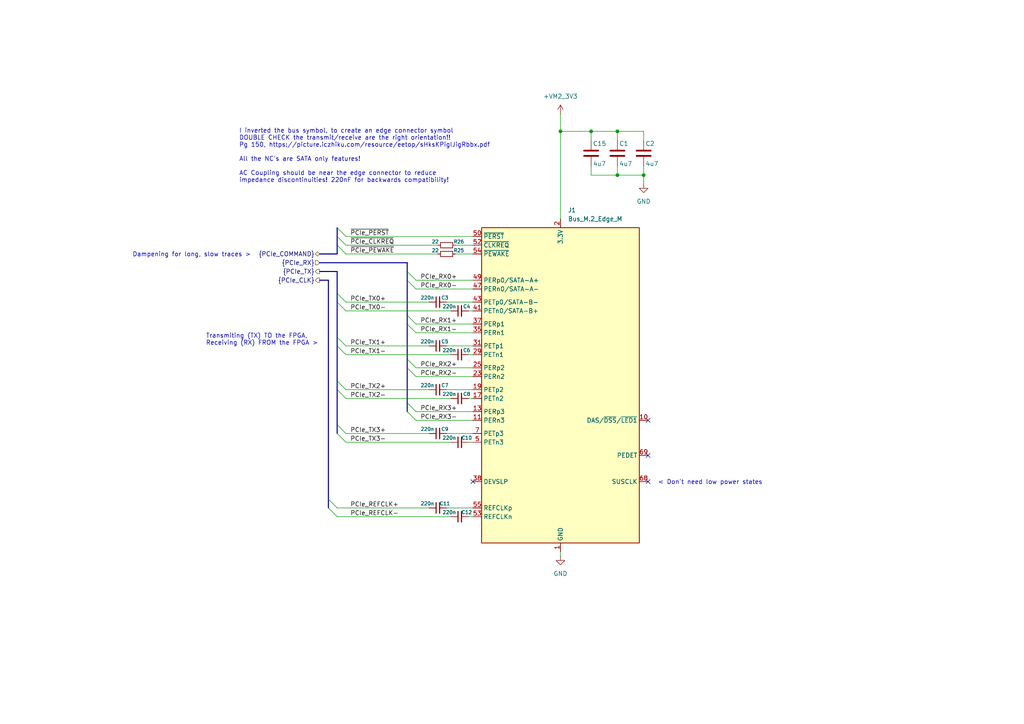
<source format=kicad_sch>
(kicad_sch (version 20250114) (generator "eeschema") (generator_version "9.0")
  (paper "A4")
  (lib_symbols
    (symbol "Device:C" (pin_numbers (hide yes)) (pin_names (offset 0.254))
      (property "Reference" "C" (at 0.635 2.54 0))
      (property "Value" "C" (at 0.635 -2.54 0))
      (symbol "C_0_1"
        (polyline (pts (xy -2.032 0.762) (xy 2.032 0.762)) (stroke (width 0.508)))
        (polyline (pts (xy -2.032 -0.762) (xy 2.032 -0.762)) (stroke (width 0.508)))
      )
      (symbol "C_1_1"
        (pin passive line (at 0 3.81 270) (length 2.794) (name "~") (number "1"))
        (pin passive line (at 0 -3.81 90) (length 2.794) (name "~") (number "2"))
      )
    )
    (symbol "Device:C_Small" (pin_numbers (hide yes)) (pin_names (offset 0.254) (hide yes))
      (property "Reference" "C" (at 0.254 1.778 0))
      (property "Value" "C_Small" (at 0.254 -2.032 0))
      (symbol "C_Small_0_1"
        (polyline (pts (xy -1.524 0.508) (xy 1.524 0.508)) (stroke (width 0.3048)))
        (polyline (pts (xy -1.524 -0.508) (xy 1.524 -0.508)) (stroke (width 0.3302)))
      )
      (symbol "C_Small_1_1"
        (pin passive line (at 0 2.54 270) (length 2.032) (name "~") (number "1"))
        (pin passive line (at 0 -2.54 90) (length 2.032) (name "~") (number "2"))
      )
    )
    (symbol "Device:R_Small" (pin_numbers (hide yes)) (pin_names (offset 0.254) (hide yes))
      (property "Reference" "R" (at 0 0 90))
      (property "Value" "R_Small" (at 1.778 0 90))
      (symbol "R_Small_0_1"
        (rectangle (start -0.762 1.778) (end 0.762 -1.778) (stroke (width 0.2032)))
      )
      (symbol "R_Small_1_1"
        (pin passive line (at 0 2.54 270) (length 0.762) (name "~") (number "1"))
        (pin passive line (at 0 -2.54 90) (length 0.762) (name "~") (number "2"))
      )
    )
    (symbol "FPGA Accelerator:Bus_M.2_Edge_M"
      (property "Reference" "J" (at -22.86 46.99 0))
      (property "Value" "Bus_M.2_Edge_M" (at 16.51 46.99 0))
      (symbol "Bus_M.2_Edge_M_0_1"
        (rectangle (start -22.86 45.72) (end 22.86 -45.72) (stroke (width 0.254)) (fill (type background)))
      )
      (symbol "Bus_M.2_Edge_M_1_1"
        (pin output line (at -25.4 43.18 0) (length 2.54) (name "~{PERST}") (number "50"))
        (pin bidirectional line (at -25.4 40.64 0) (length 2.54) (name "~{CLKREQ}") (number "52"))
        (pin bidirectional line (at -25.4 38.1 0) (length 2.54) (name "~{PEWAKE}") (number "54"))
        (pin output line (at -25.4 30.48 0) (length 2.54) (name "PERp0/SATA-A+") (number "49"))
        (pin output line (at -25.4 27.94 0) (length 2.54) (name "PERn0/SATA-A-") (number "47"))
        (pin input line (at -25.4 24.13 0) (length 2.54) (name "PETp0/SATA-B-") (number "43"))
        (pin input line (at -25.4 21.59 0) (length 2.54) (name "PETn0/SATA-B+") (number "41"))
        (pin output line (at -25.4 17.78 0) (length 2.54) (name "PERp1") (number "37"))
        (pin output line (at -25.4 15.24 0) (length 2.54) (name "PERn1") (number "35"))
        (pin input line (at -25.4 11.43 0) (length 2.54) (name "PETp1") (number "31"))
        (pin input line (at -25.4 8.89 0) (length 2.54) (name "PETn1") (number "29"))
        (pin output line (at -25.4 5.08 0) (length 2.54) (name "PERp2") (number "25"))
        (pin output line (at -25.4 2.54 0) (length 2.54) (name "PERn2") (number "23"))
        (pin input line (at -25.4 -1.27 0) (length 2.54) (name "PETp2") (number "19"))
        (pin input line (at -25.4 -3.81 0) (length 2.54) (name "PETn2") (number "17"))
        (pin output line (at -25.4 -7.62 0) (length 2.54) (name "PERp3") (number "13"))
        (pin output line (at -25.4 -10.16 0) (length 2.54) (name "PERn3") (number "11"))
        (pin input line (at -25.4 -13.97 0) (length 2.54) (name "PETp3") (number "7"))
        (pin input line (at -25.4 -16.51 0) (length 2.54) (name "PETn3") (number "5"))
        (pin output line (at -25.4 -27.94 0) (length 2.54) (name "DEVSLP") (number "38"))
        (pin output line (at -25.4 -35.56 0) (length 2.54) (name "REFCLKp") (number "55"))
        (pin output line (at -25.4 -38.1 0) (length 2.54) (name "REFCLKn") (number "53"))
        (pin passive line (at 0 48.26 270) (length 2.54) (hide yes) (name "3.3V") (number "12"))
        (pin passive line (at 0 48.26 270) (length 2.54) (hide yes) (name "3.3V") (number "14"))
        (pin passive line (at 0 48.26 270) (length 2.54) (hide yes) (name "3.3V") (number "16"))
        (pin passive line (at 0 48.26 270) (length 2.54) (hide yes) (name "3.3V") (number "18"))
        (pin power_in line (at 0 48.26 270) (length 2.54) (name "3.3V") (number "2"))
        (pin passive line (at 0 48.26 270) (length 2.54) (hide yes) (name "3.3V") (number "4"))
        (pin passive line (at 0 48.26 270) (length 2.54) (hide yes) (name "3.3V") (number "70"))
        (pin passive line (at 0 48.26 270) (length 2.54) (hide yes) (name "3.3V") (number "72"))
        (pin passive line (at 0 48.26 270) (length 2.54) (hide yes) (name "3.3V") (number "74"))
        (pin power_in line (at 0 -48.26 90) (length 2.54) (name "GND") (number "1"))
        (pin passive line (at 0 -48.26 90) (length 2.54) (hide yes) (name "GND") (number "15"))
        (pin passive line (at 0 -48.26 90) (length 2.54) (hide yes) (name "GND") (number "21"))
        (pin passive line (at 0 -48.26 90) (length 2.54) (hide yes) (name "GND") (number "27"))
        (pin passive line (at 0 -48.26 90) (length 2.54) (hide yes) (name "GND") (number "3"))
        (pin passive line (at 0 -48.26 90) (length 2.54) (hide yes) (name "GND") (number "33"))
        (pin passive line (at 0 -48.26 90) (length 2.54) (hide yes) (name "GND") (number "39"))
        (pin passive line (at 0 -48.26 90) (length 2.54) (hide yes) (name "GND") (number "45"))
        (pin passive line (at 0 -48.26 90) (length 2.54) (hide yes) (name "GND") (number "51"))
        (pin passive line (at 0 -48.26 90) (length 2.54) (hide yes) (name "GND") (number "57"))
        (pin passive line (at 0 -48.26 90) (length 2.54) (hide yes) (name "GND") (number "71"))
        (pin passive line (at 0 -48.26 90) (length 2.54) (hide yes) (name "GND") (number "73"))
        (pin passive line (at 0 -48.26 90) (length 2.54) (hide yes) (name "GND") (number "75"))
        (pin passive line (at 0 -48.26 90) (length 2.54) (hide yes) (name "GND") (number "9"))
        (pin no_connect line (at 22.86 40.64 180) (length 2.54) (hide yes) (name "NC") (number "58"))
        (pin no_connect line (at 22.86 38.1 180) (length 2.54) (hide yes) (name "NC") (number "56"))
        (pin no_connect line (at 22.86 35.56 180) (length 2.54) (hide yes) (name "NC") (number "48"))
        (pin no_connect line (at 22.86 33.02 180) (length 2.54) (hide yes) (name "NC") (number "46"))
        (pin no_connect line (at 22.86 30.48 180) (length 2.54) (hide yes) (name "NC") (number "44"))
        (pin no_connect line (at 22.86 27.94 180) (length 2.54) (hide yes) (name "NC") (number "42"))
        (pin no_connect line (at 22.86 25.4 180) (length 2.54) (hide yes) (name "NC") (number "40"))
        (pin no_connect line (at 22.86 22.86 180) (length 2.54) (hide yes) (name "NC") (number "36"))
        (pin no_connect line (at 22.86 20.32 180) (length 2.54) (hide yes) (name "NC") (number "34"))
        (pin no_connect line (at 22.86 17.78 180) (length 2.54) (hide yes) (name "NC") (number "32"))
        (pin no_connect line (at 22.86 15.24 180) (length 2.54) (hide yes) (name "NC") (number "30"))
        (pin no_connect line (at 22.86 12.7 180) (length 2.54) (hide yes) (name "NC") (number "28"))
        (pin no_connect line (at 22.86 10.16 180) (length 2.54) (hide yes) (name "NC") (number "26"))
        (pin no_connect line (at 22.86 7.62 180) (length 2.54) (hide yes) (name "NC") (number "24"))
        (pin no_connect line (at 22.86 5.08 180) (length 2.54) (hide yes) (name "NC") (number "22"))
        (pin no_connect line (at 22.86 2.54 180) (length 2.54) (hide yes) (name "NC") (number "20"))
        (pin no_connect line (at 22.86 0 180) (length 2.54) (hide yes) (name "NC") (number "8"))
        (pin no_connect line (at 22.86 -2.54 180) (length 2.54) (hide yes) (name "NC") (number "6"))
        (pin no_connect line (at 22.86 -5.08 180) (length 2.54) (hide yes) (name "NC") (number "67"))
        (pin bidirectional line (at 25.4 -10.16 180) (length 2.54) (name "DAS/~{DSS}/~{LED1}") (number "10"))
        (pin passive line (at 25.4 -20.32 180) (length 2.54) (name "PEDET") (number "69"))
        (pin output line (at 25.4 -27.94 180) (length 2.54) (name "SUSCLK") (number "68"))
      )
    )
    (symbol "power:+3V3" (power) (pin_numbers (hide yes)) (pin_names (offset 0) (hide yes))
      (property "Value" "+3V3" (at 0 3.556 0))
      (symbol "+3V3_0_1"
        (polyline (pts (xy -0.762 1.27) (xy 0 2.54)))
        (polyline (pts (xy 0 2.54) (xy 0.762 1.27)))
        (polyline (pts (xy 0 0) (xy 0 2.54)))
      )
      (symbol "+3V3_1_1"
        (pin power_in line (at 0 0 90) (length 0) (name "~") (number "1"))
      )
    )
    (symbol "power:GND" (power) (pin_numbers (hide yes)) (pin_names (offset 0) (hide yes))
      (property "Value" "GND" (at 0 -3.81 0))
      (symbol "GND_0_1"
        (polyline (pts (xy 0 0) (xy 0 -1.27) (xy 1.27 -1.27) (xy 0 -2.54) (xy -1.27 -1.27) (xy 0 -1.27)))
      )
      (symbol "GND_1_1"
        (pin power_in line (at 0 0 270) (length 0) (name "~") (number "1"))
      )
    )
  )
  (bus_alias "PCIe_CLK" (members "PCIe_REFCLK+" "PCIe_REFCLK-"))
  (bus_alias "PCIe_COMMAND" (members "~{PCIe_PERST}" "~{PCIe_CLKREQ}" "~{PCIe_PEWAKE}"))
  (bus_alias "PCIe_RX" (members "PCIe_RX0+" "PCIe_RX0-" "PCIe_RX1+" "PCIe_RX1-" "PCIe_RX2+" "PCIe_RX2-" "PCIe_RX3+" "PCIe_RX3-"))
  (bus_alias "PCIe_TX" (members "PCIe_TX0+" "PCIe_TX0-" "PCIe_TX1+" "PCIe_TX1-" "PCIe_TX2+" "PCIe_TX2-" "PCIe_TX3+" "PCIe_TX3-"))
  (text "Transmiting (TX) TO the FPGA,\nReceiving (RX) FROM the FPGA > " (at 59.69 98.552 0) (effects (font (size 1.27 1.27)) (justify left)))
  (text "Dampening for long, slow traces >" (at 55.626 73.914 0) (effects (font (size 1.27 1.27))))
  (text "< Don't need low power states" (at 205.994 139.954 0) (effects (font (size 1.27 1.27))))
  (text "I inverted the bus symbol, to create an edge connector symbol\nDOUBLE CHECK the transmit/receive are the right orientation!!\nPg 150, https://picture.iczhiku.com/resource/eetop/sHksKPigIJigRbbx.pdf\n\nAll the NC's are SATA only features!\n\nAC Coupling should be near the edge connector to reduce \nimpedance discontinuities! 220nF for backwards compatibility!" (at 69.342 45.212 0) (effects (font (size 1.27 1.27)) (justify left)))
  (junction (at 162.56 38.1))
  (junction (at 179.07 50.8))
  (junction (at 171.45 38.1))
  (junction (at 179.07 38.1))
  (junction (at 186.69 50.8))
  (no_connect (at 187.96 121.92))
  (no_connect (at 187.96 139.7))
  (no_connect (at 187.96 132.08))
  (no_connect (at 137.16 139.7))
  (bus_entry (at 120.65 83.82) (size -2.54 -2.54))
  (bus_entry (at 120.65 109.22) (size -2.54 -2.54))
  (bus_entry (at 100.33 102.87) (size -2.54 -2.54))
  (bus_entry (at 100.33 73.66) (size -2.54 -2.54))
  (bus_entry (at 100.33 100.33) (size -2.54 -2.54))
  (bus_entry (at 100.33 87.63) (size -2.54 -2.54))
  (bus_entry (at 120.65 121.92) (size -2.54 -2.54))
  (bus_entry (at 100.33 90.17) (size -2.54 -2.54))
  (bus_entry (at 97.79 147.32) (size -2.54 -2.54))
  (bus_entry (at 100.33 71.12) (size -2.54 -2.54))
  (bus_entry (at 120.65 96.52) (size -2.54 -2.54))
  (bus_entry (at 120.65 119.38) (size -2.54 -2.54))
  (bus_entry (at 100.33 68.58) (size -2.54 -2.54))
  (bus_entry (at 120.65 106.68) (size -2.54 -2.54))
  (bus_entry (at 100.33 128.27) (size -2.54 -2.54))
  (bus_entry (at 120.65 93.98) (size -2.54 -2.54))
  (bus_entry (at 100.33 125.73) (size -2.54 -2.54))
  (bus_entry (at 100.33 115.57) (size -2.54 -2.54))
  (bus_entry (at 120.65 81.28) (size -2.54 -2.54))
  (bus_entry (at 100.33 113.03) (size -2.54 -2.54))
  (bus_entry (at 97.79 149.86) (size -2.54 -2.54))
  (wire (pts (xy 129.54 113.03) (xy 137.16 113.03)))
  (bus (pts (xy 118.11 93.98) (xy 118.11 91.44)))
  (wire (pts (xy 135.89 90.17) (xy 137.16 90.17)))
  (wire (pts (xy 100.33 71.12) (xy 127 71.12)))
  (wire (pts (xy 135.89 115.57) (xy 137.16 115.57)))
  (bus (pts (xy 97.79 97.79) (xy 97.79 87.63)))
  (wire (pts (xy 100.33 102.87) (xy 130.81 102.87)))
  (wire (pts (xy 186.69 50.8) (xy 179.07 50.8)))
  (wire (pts (xy 179.07 50.8) (xy 171.45 50.8)))
  (wire (pts (xy 162.56 161.29) (xy 162.56 160.02)))
  (wire (pts (xy 186.69 50.8) (xy 186.69 48.26)))
  (bus (pts (xy 118.11 91.44) (xy 118.11 81.28)))
  (wire (pts (xy 171.45 38.1) (xy 171.45 40.64)))
  (wire (pts (xy 135.89 149.86) (xy 137.16 149.86)))
  (bus (pts (xy 97.79 123.19) (xy 97.79 113.03)))
  (wire (pts (xy 135.89 128.27) (xy 137.16 128.27)))
  (bus (pts (xy 118.11 78.74) (xy 118.11 76.2)))
  (wire (pts (xy 100.33 73.66) (xy 127 73.66)))
  (bus (pts (xy 118.11 116.84) (xy 118.11 106.68)))
  (bus (pts (xy 97.79 73.66) (xy 92.71 73.66)))
  (wire (pts (xy 129.54 147.32) (xy 137.16 147.32)))
  (wire (pts (xy 171.45 50.8) (xy 171.45 48.26)))
  (wire (pts (xy 100.33 100.33) (xy 124.46 100.33)))
  (wire (pts (xy 100.33 115.57) (xy 130.81 115.57)))
  (wire (pts (xy 162.56 38.1) (xy 162.56 63.5)))
  (bus (pts (xy 97.79 68.58) (xy 97.79 71.12)))
  (wire (pts (xy 100.33 128.27) (xy 130.81 128.27)))
  (bus (pts (xy 95.25 144.78) (xy 95.25 81.28)))
  (wire (pts (xy 120.65 119.38) (xy 137.16 119.38)))
  (wire (pts (xy 162.56 33.02) (xy 162.56 38.1)))
  (bus (pts (xy 95.25 147.32) (xy 95.25 144.78)))
  (wire (pts (xy 129.54 125.73) (xy 137.16 125.73)))
  (bus (pts (xy 118.11 106.68) (xy 118.11 104.14)))
  (wire (pts (xy 100.33 113.03) (xy 124.46 113.03)))
  (wire (pts (xy 179.07 50.8) (xy 179.07 48.26)))
  (wire (pts (xy 132.08 73.66) (xy 137.16 73.66)))
  (bus (pts (xy 97.79 85.09) (xy 97.79 78.74)))
  (wire (pts (xy 120.65 121.92) (xy 137.16 121.92)))
  (wire (pts (xy 120.65 96.52) (xy 137.16 96.52)))
  (bus (pts (xy 97.79 87.63) (xy 97.79 85.09)))
  (bus (pts (xy 97.79 113.03) (xy 97.79 110.49)))
  (wire (pts (xy 100.33 90.17) (xy 130.81 90.17)))
  (wire (pts (xy 97.79 149.86) (xy 130.81 149.86)))
  (wire (pts (xy 120.65 93.98) (xy 137.16 93.98)))
  (wire (pts (xy 120.65 109.22) (xy 137.16 109.22)))
  (wire (pts (xy 120.65 83.82) (xy 137.16 83.82)))
  (bus (pts (xy 92.71 76.2) (xy 118.11 76.2)))
  (wire (pts (xy 179.07 38.1) (xy 186.69 38.1)))
  (bus (pts (xy 92.71 78.74) (xy 97.79 78.74)))
  (bus (pts (xy 97.79 71.12) (xy 97.79 73.66)))
  (wire (pts (xy 135.89 102.87) (xy 137.16 102.87)))
  (wire (pts (xy 162.56 38.1) (xy 171.45 38.1)))
  (wire (pts (xy 100.33 87.63) (xy 124.46 87.63)))
  (wire (pts (xy 97.79 147.32) (xy 124.46 147.32)))
  (bus (pts (xy 118.11 104.14) (xy 118.11 93.98)))
  (wire (pts (xy 186.69 38.1) (xy 186.69 40.64)))
  (bus (pts (xy 92.71 81.28) (xy 95.25 81.28)))
  (bus (pts (xy 97.79 100.33) (xy 97.79 97.79)))
  (wire (pts (xy 186.69 53.34) (xy 186.69 50.8)))
  (wire (pts (xy 132.08 71.12) (xy 137.16 71.12)))
  (bus (pts (xy 97.79 110.49) (xy 97.79 100.33)))
  (wire (pts (xy 171.45 38.1) (xy 179.07 38.1)))
  (bus (pts (xy 97.79 66.04) (xy 97.79 68.58)))
  (wire (pts (xy 129.54 87.63) (xy 137.16 87.63)))
  (wire (pts (xy 100.33 125.73) (xy 124.46 125.73)))
  (bus (pts (xy 118.11 81.28) (xy 118.11 78.74)))
  (bus (pts (xy 97.79 125.73) (xy 97.79 123.19)))
  (wire (pts (xy 120.65 106.68) (xy 137.16 106.68)))
  (wire (pts (xy 179.07 38.1) (xy 179.07 40.64)))
  (wire (pts (xy 129.54 100.33) (xy 137.16 100.33)))
  (wire (pts (xy 100.33 68.58) (xy 137.16 68.58)))
  (bus (pts (xy 118.11 119.38) (xy 118.11 116.84)))
  (wire (pts (xy 120.65 81.28) (xy 137.16 81.28)))
  (label "PCIe_REFCLK-" (at 101.6 149.86 0))
  (label "PCIe_TX3-" (at 101.6 128.27 0))
  (label "~{PCIe_CLKREQ}" (at 101.6 71.12 0))
  (label "~{PCIe_PEWAKE}" (at 101.6 73.66 0))
  (label "PCIe_RX0+" (at 121.92 81.28 0))
  (label "PCIe_RX3-" (at 121.92 121.92 0))
  (label "PCIe_RX2+" (at 121.92 106.68 0))
  (label "PCIe_TX2+" (at 101.6 113.03 0))
  (label "PCIe_RX0-" (at 121.92 83.82 0))
  (label "~{PCIe_PERST}" (at 101.6 68.58 0))
  (label "PCIe_RX1-" (at 121.92 96.52 0))
  (label "PCIe_REFCLK+" (at 101.6 147.32 0))
  (label "PCIe_RX1+" (at 121.92 93.98 0))
  (label "PCIe_TX1-" (at 101.6 102.87 0))
  (label "PCIe_RX2-" (at 121.92 109.22 0))
  (label "PCIe_TX0-" (at 101.6 90.17 0))
  (label "PCIe_RX3+" (at 121.92 119.38 0))
  (label "PCIe_TX1+" (at 101.6 100.33 0))
  (label "PCIe_TX0+" (at 101.6 87.63 0))
  (label "PCIe_TX2-" (at 101.6 115.57 0))
  (label "PCIe_TX3+" (at 101.6 125.73 0))
  (hierarchical_label "{PCIe_TX}" (shape output) (at 92.71 78.74 180))
  (hierarchical_label "{PCIe_RX}" (shape input) (at 92.71 76.2 180))
  (hierarchical_label "{PCIe_COMMAND}" (shape bidirectional) (at 92.71 73.66 180))
  (hierarchical_label "{PCIe_CLK}" (shape output) (at 92.71 81.28 180))
  (symbol (lib_id "power:+3V3") (at 162.56 33.02 0) (unit 1)
    (property "Reference" "#PWR02" (effects (hide yes)))
    (property "Value" "+VM2_3V3" (at 162.56 27.94 0))
    (property "Description" "Power symbol creates a global label with name \"+3V3\"" (effects (hide yes)))
    (instances (project "" (path "" (reference "#PWR02") (unit 1)) (path "" (reference "#PWR07") (unit 1))))
  )
  (symbol (lib_id "Device:R_Small") (at 129.54 73.66 90) (unit 1)
    (property "Reference" "R25" (at 133.096 72.644 90) (effects (font (size 1.016 1.016))))
    (property "Value" "22" (at 126.238 72.644 90) (effects (font (size 1.016 1.016))))
    (property "Description" "Resistor, small symbol" (effects (hide yes)))
  )
  (symbol (lib_id "power:GND") (at 162.56 161.29 0) (unit 1)
    (property "Reference" "#PWR01" (effects (hide yes)))
    (property "Value" "GND" (at 162.56 166.37 0))
    (property "Description" "Power symbol creates a global label with name \"GND\" , ground" (effects (hide yes)))
    (instances (project "" (path "" (reference "#PWR01") (unit 1)) (path "" (reference "#PWR08") (unit 1))))
  )
  (symbol (lib_id "Device:C") (at 186.69 44.45 0) (unit 1)
    (property "Reference" "C2" (at 187.198 41.656 0) (effects (justify left)))
    (property "Value" "4u7" (at 187.198 47.498 0) (effects (justify left)))
    (property "Footprint" "Capacitor_SMD:C_0603_1608Metric" (effects (hide yes)))
    (property "Description" "Unpolarized capacitor" (effects (hide yes)))
  )
  (symbol (lib_id "Device:C") (at 171.45 44.45 0) (unit 1)
    (property "Reference" "C15" (at 171.958 41.656 0) (effects (justify left)))
    (property "Value" "4u7" (at 171.958 47.498 0) (effects (justify left)))
    (property "Footprint" "Capacitor_SMD:C_0603_1608Metric" (effects (hide yes)))
    (property "Description" "Unpolarized capacitor" (effects (hide yes)))
  )
  (symbol (lib_id "Device:C") (at 179.07 44.45 0) (unit 1)
    (property "Reference" "C1" (at 179.578 41.656 0) (effects (justify left)))
    (property "Value" "4u7" (at 179.578 47.498 0) (effects (justify left)))
    (property "Footprint" "Capacitor_SMD:C_0603_1608Metric" (effects (hide yes)))
    (property "Description" "Unpolarized capacitor" (effects (hide yes)))
  )
  (symbol (lib_id "Device:C_Small") (at 127 125.73 90) (unit 1)
    (property "Reference" "C9" (at 129.032 124.46 90) (effects (font (size 1.016 1.016))))
    (property "Value" "220n" (at 123.952 124.46 90) (effects (font (size 1.016 1.016))))
    (property "Description" "Unpolarized capacitor, small symbol" (effects (hide yes)))
  )
  (symbol (lib_id "Device:C_Small") (at 133.35 149.86 90) (unit 1)
    (property "Reference" "C12" (at 135.382 148.59 90) (effects (font (size 1.016 1.016))))
    (property "Value" "220n" (at 130.302 148.59 90) (effects (font (size 1.016 1.016))))
    (property "Description" "Unpolarized capacitor, small symbol" (effects (hide yes)))
  )
  (symbol (lib_id "Device:C_Small") (at 127 87.63 90) (unit 1)
    (property "Reference" "C3" (at 129.032 86.36 90) (effects (font (size 1.016 1.016))))
    (property "Value" "220n" (at 123.952 86.36 90) (effects (font (size 1.016 1.016))))
    (property "Description" "Unpolarized capacitor, small symbol" (effects (hide yes)))
  )
  (symbol (lib_id "Device:C_Small") (at 133.35 90.17 90) (unit 1)
    (property "Reference" "C4" (at 135.382 88.9 90) (effects (font (size 1.016 1.016))))
    (property "Value" "220n" (at 130.302 88.9 90) (effects (font (size 1.016 1.016))))
    (property "Description" "Unpolarized capacitor, small symbol" (effects (hide yes)))
  )
  (symbol (lib_id "Device:C_Small") (at 127 113.03 90) (unit 1)
    (property "Reference" "C7" (at 129.032 111.76 90) (effects (font (size 1.016 1.016))))
    (property "Value" "220n" (at 123.952 111.76 90) (effects (font (size 1.016 1.016))))
    (property "Description" "Unpolarized capacitor, small symbol" (effects (hide yes)))
  )
  (symbol (lib_id "FPGA Accelerator:Bus_M.2_Edge_M") (at 162.56 111.76 0) (unit 1)
    (property "Reference" "J1" (at 164.7033 60.96 0) (effects (justify left)))
    (property "Value" "Bus_M.2_Edge_M" (at 164.7033 63.5 0) (effects (justify left)))
    (property "Datasheet" "https://web.archive.org/web/20200613074028/http://read.pudn.com/downloads794/doc/project/3133918/PCIe_M.2_Electromechanical_Spec_Rev1.0_Final_11012013_RS_Clean.pdf#page=155" (effects (hide yes)))
    (property "Description" "M.2 Edge Connector 3 Mechanical Key M" (effects (hide yes)))
  )
  (symbol (lib_id "Device:R_Small") (at 129.54 71.12 90) (unit 1)
    (property "Reference" "R26" (at 133.096 70.104 90) (effects (font (size 1.016 1.016))))
    (property "Value" "22" (at 126.238 70.104 90) (effects (font (size 1.016 1.016))))
    (property "Description" "Resistor, small symbol" (effects (hide yes)))
  )
  (symbol (lib_id "Device:C_Small") (at 127 100.33 90) (unit 1)
    (property "Reference" "C5" (at 129.032 99.06 90) (effects (font (size 1.016 1.016))))
    (property "Value" "220n" (at 123.952 99.06 90) (effects (font (size 1.016 1.016))))
    (property "Description" "Unpolarized capacitor, small symbol" (effects (hide yes)))
  )
  (symbol (lib_id "Device:C_Small") (at 127 147.32 90) (unit 1)
    (property "Reference" "C11" (at 129.032 146.05 90) (effects (font (size 1.016 1.016))))
    (property "Value" "220n" (at 123.952 146.05 90) (effects (font (size 1.016 1.016))))
    (property "Description" "Unpolarized capacitor, small symbol" (effects (hide yes)))
  )
  (symbol (lib_id "power:GND") (at 186.69 53.34 0) (unit 1)
    (property "Reference" "#PWR03" (effects (hide yes)))
    (property "Value" "GND" (at 186.69 58.42 0))
    (property "Description" "Power symbol creates a global label with name \"GND\" , ground" (effects (hide yes)))
  )
  (symbol (lib_id "Device:C_Small") (at 133.35 128.27 90) (unit 1)
    (property "Reference" "C10" (at 135.382 127 90) (effects (font (size 1.016 1.016))))
    (property "Value" "220n" (at 130.302 127 90) (effects (font (size 1.016 1.016))))
    (property "Description" "Unpolarized capacitor, small symbol" (effects (hide yes)))
  )
  (symbol (lib_id "Device:C_Small") (at 133.35 115.57 90) (unit 1)
    (property "Reference" "C8" (at 135.382 114.3 90) (effects (font (size 1.016 1.016))))
    (property "Value" "220n" (at 130.302 114.3 90) (effects (font (size 1.016 1.016))))
    (property "Description" "Unpolarized capacitor, small symbol" (effects (hide yes)))
  )
  (symbol (lib_id "Device:C_Small") (at 133.35 102.87 90) (unit 1)
    (property "Reference" "C6" (at 135.382 101.6 90) (effects (font (size 1.016 1.016))))
    (property "Value" "220n" (at 130.302 101.6 90) (effects (font (size 1.016 1.016))))
    (property "Description" "Unpolarized capacitor, small symbol" (effects (hide yes)))
  )
)
</source>
